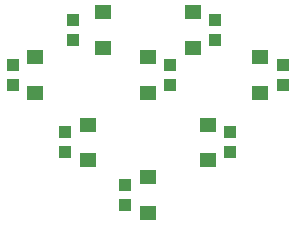
<source format=gtp>
G75*
%MOIN*%
%OFA0B0*%
%FSLAX25Y25*%
%IPPOS*%
%LPD*%
%AMOC8*
5,1,8,0,0,1.08239X$1,22.5*
%
%ADD10R,0.05512X0.04724*%
%ADD11R,0.03937X0.04331*%
D10*
X0188333Y0115344D03*
X0188333Y0127156D03*
X0168333Y0132844D03*
X0168333Y0144656D03*
X0150833Y0155344D03*
X0150833Y0167156D03*
X0173333Y0170344D03*
X0188333Y0167156D03*
X0203333Y0170344D03*
X0225833Y0167156D03*
X0225833Y0155344D03*
X0208333Y0144656D03*
X0188333Y0155344D03*
X0208333Y0132844D03*
X0203333Y0182156D03*
X0173333Y0182156D03*
D11*
X0163333Y0179596D03*
X0163333Y0172904D03*
X0143333Y0164596D03*
X0143333Y0157904D03*
X0160833Y0142096D03*
X0160833Y0135404D03*
X0180833Y0124596D03*
X0180833Y0117904D03*
X0215833Y0135404D03*
X0215833Y0142096D03*
X0233333Y0157904D03*
X0233333Y0164596D03*
X0210833Y0172904D03*
X0210833Y0179596D03*
X0195833Y0164596D03*
X0195833Y0157904D03*
M02*

</source>
